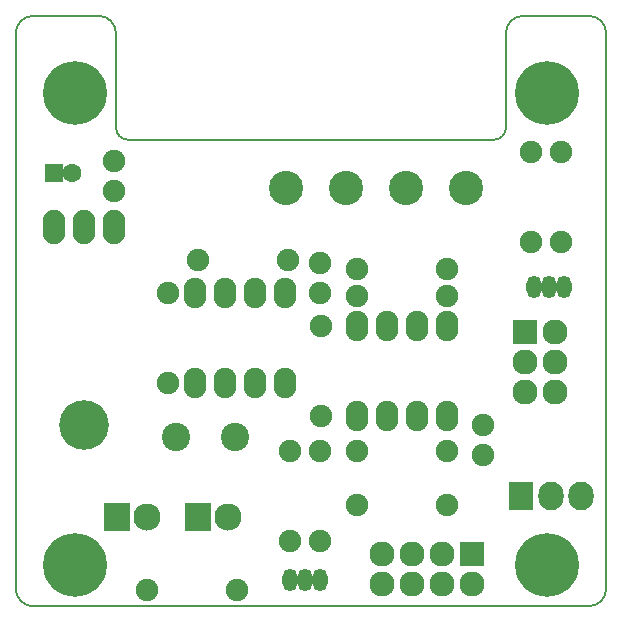
<source format=gts>
G04 #@! TF.FileFunction,Soldermask,Top*
%FSLAX46Y46*%
G04 Gerber Fmt 4.6, Leading zero omitted, Abs format (unit mm)*
G04 Created by KiCad (PCBNEW 4.0.7-e2-6376~58~ubuntu16.04.1) date Wed Aug  8 22:32:08 2018*
%MOMM*%
%LPD*%
G01*
G04 APERTURE LIST*
%ADD10C,0.100000*%
%ADD11C,0.150000*%
%ADD12O,1.901140X2.599640*%
%ADD13C,2.900000*%
%ADD14C,5.400000*%
%ADD15R,2.127200X2.127200*%
%ADD16O,2.127200X2.127200*%
%ADD17C,1.901140*%
%ADD18R,1.600000X1.600000*%
%ADD19C,1.600000*%
%ADD20C,1.900000*%
%ADD21R,2.127200X2.432000*%
%ADD22O,2.127200X2.432000*%
%ADD23O,1.299160X1.901140*%
%ADD24O,1.901140X2.899360*%
%ADD25C,4.199840*%
%ADD26R,2.300000X2.400000*%
%ADD27C,2.300000*%
%ADD28C,2.400000*%
G04 APERTURE END LIST*
D10*
D11*
X161950000Y-95350000D02*
X161950000Y-103350000D01*
X168950000Y-93850000D02*
X163450000Y-93850000D01*
X127450000Y-93850000D02*
X121950000Y-93850000D01*
X128950000Y-103350000D02*
X128950000Y-95350000D01*
X160950000Y-104350000D02*
X129950000Y-104350000D01*
X160950000Y-104350000D02*
G75*
G03X161950000Y-103350000I0J1000000D01*
G01*
X128950000Y-103350000D02*
G75*
G03X129950000Y-104350000I1000000J0D01*
G01*
X128950000Y-95350000D02*
G75*
G03X127450000Y-93850000I-1500000J0D01*
G01*
X163450000Y-93850000D02*
G75*
G03X161950000Y-95350000I0J-1500000D01*
G01*
X120450000Y-95350000D02*
X120450000Y-142350000D01*
X170450000Y-142350000D02*
X170450000Y-95350000D01*
X120450000Y-142350000D02*
G75*
G03X121950000Y-143850000I1500000J0D01*
G01*
X168950000Y-143850000D02*
G75*
G03X170450000Y-142350000I0J1500000D01*
G01*
X121950000Y-93850000D02*
G75*
G03X120450000Y-95350000I0J-1500000D01*
G01*
X170450000Y-95350000D02*
G75*
G03X168950000Y-93850000I-1500000J0D01*
G01*
X168950000Y-143850000D02*
X121950000Y-143850000D01*
D12*
X156972000Y-120142000D03*
X154432000Y-120142000D03*
X151892000Y-120142000D03*
X149352000Y-120142000D03*
X149352000Y-127762000D03*
X151892000Y-127762000D03*
X154432000Y-127762000D03*
X156972000Y-127762000D03*
D13*
X143330000Y-108450000D03*
X148410000Y-108450000D03*
X158570000Y-108450000D03*
X153490000Y-108450000D03*
D14*
X125450000Y-140350000D03*
X165450000Y-140350000D03*
X125450000Y-100350000D03*
D15*
X159050000Y-139450000D03*
D16*
X159050000Y-141990000D03*
X156510000Y-139450000D03*
X156510000Y-141990000D03*
X153970000Y-139450000D03*
X153970000Y-141990000D03*
X151430000Y-139450000D03*
X151430000Y-141990000D03*
D14*
X165450000Y-100350000D03*
D17*
X128778000Y-108712000D03*
X128778000Y-106172000D03*
X160020000Y-128524000D03*
X160020000Y-131064000D03*
D18*
X123710000Y-107188000D03*
D19*
X125210000Y-107188000D03*
D20*
X156972000Y-117602000D03*
X149352000Y-117602000D03*
D15*
X163576000Y-120650000D03*
D16*
X166116000Y-120650000D03*
X163576000Y-123190000D03*
X166116000Y-123190000D03*
X163576000Y-125730000D03*
X166116000Y-125730000D03*
D21*
X163195000Y-134493000D03*
D22*
X165735000Y-134493000D03*
X168275000Y-134493000D03*
D23*
X144907000Y-141605000D03*
X146177000Y-141605000D03*
X143637000Y-141605000D03*
D20*
X146177000Y-138303000D03*
X146177000Y-130683000D03*
X156972000Y-135255000D03*
X149352000Y-135255000D03*
X156972000Y-130683000D03*
X149352000Y-130683000D03*
D24*
X126238000Y-111760000D03*
X128778000Y-111760000D03*
X123698000Y-111760000D03*
D25*
X126238000Y-128524000D03*
D26*
X129032000Y-136271000D03*
D27*
X131572000Y-136271000D03*
D20*
X131572000Y-142494000D03*
X139192000Y-142494000D03*
X156972000Y-115316000D03*
X149352000Y-115316000D03*
D17*
X146177000Y-117348000D03*
X146177000Y-114808000D03*
D20*
X133350000Y-124968000D03*
X133350000Y-117348000D03*
D26*
X135890000Y-136271000D03*
D27*
X138430000Y-136271000D03*
D20*
X143510000Y-114554000D03*
X135890000Y-114554000D03*
X146304000Y-127762000D03*
X146304000Y-120142000D03*
D12*
X135636000Y-124968000D03*
X138176000Y-124968000D03*
X140716000Y-124968000D03*
X143256000Y-124968000D03*
X143256000Y-117348000D03*
X140716000Y-117348000D03*
X138176000Y-117348000D03*
X135636000Y-117348000D03*
D23*
X165608000Y-116840000D03*
X166878000Y-116840000D03*
X164338000Y-116840000D03*
D20*
X166624000Y-113030000D03*
X166624000Y-105410000D03*
X164084000Y-105410000D03*
X164084000Y-113030000D03*
X143637000Y-130683000D03*
X143637000Y-138303000D03*
D28*
X134048500Y-129476500D03*
X139048500Y-129476500D03*
M02*

</source>
